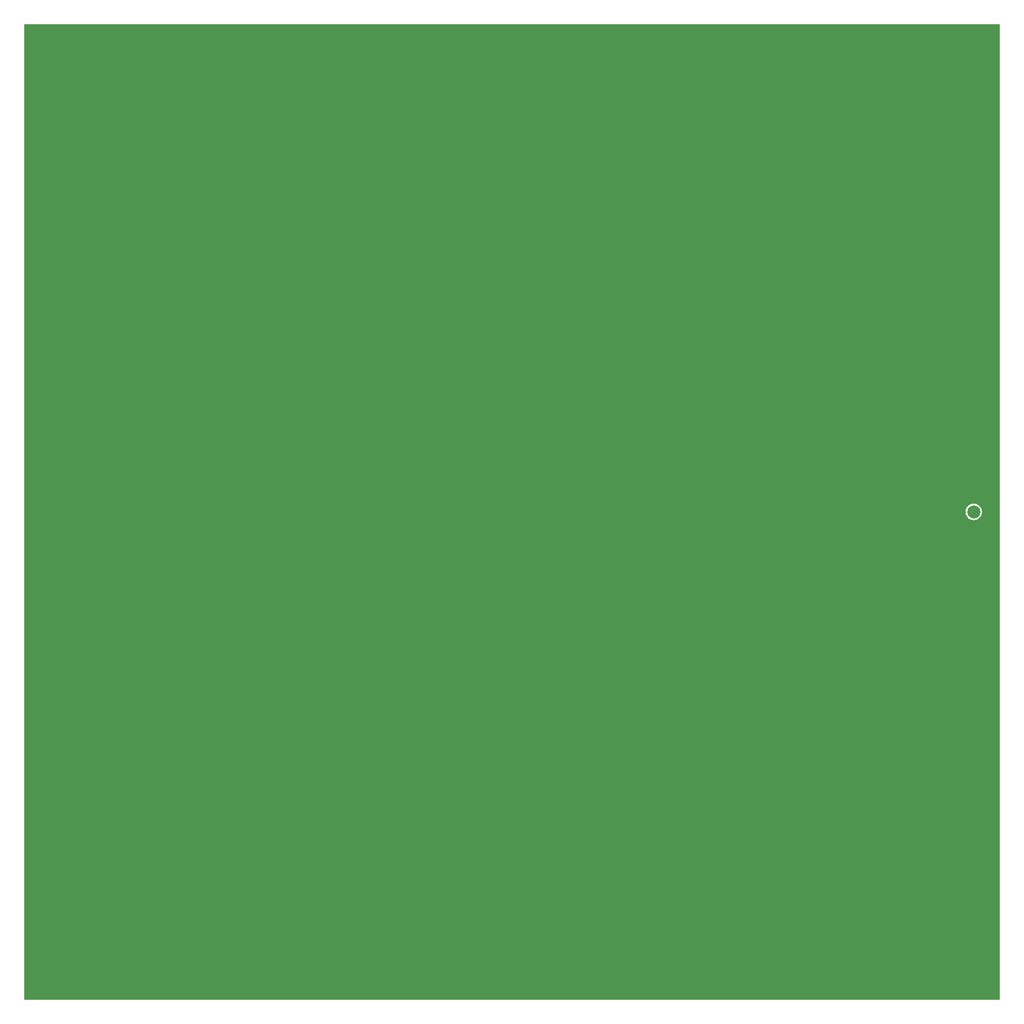
<source format=gbr>
%TF.GenerationSoftware,Altium Limited,Altium Designer,19.0.15 (446)*%
G04 Layer_Physical_Order=2*
G04 Layer_Color=16711680*
%FSLAX45Y45*%
%MOMM*%
%TF.FileFunction,Copper,L2,Bot,Signal*%
%TF.Part,Single*%
G01*
G75*
%TA.AperFunction,ViaPad*%
%ADD11C,2.00000*%
G36*
X15000000Y0D02*
X0D01*
Y15000000D01*
X15000000D01*
Y0D01*
D02*
G37*
%LPC*%
G36*
X14600000Y7626482D02*
X14567264Y7622172D01*
X14536758Y7609537D01*
X14510564Y7589436D01*
X14490463Y7563241D01*
X14477827Y7532736D01*
X14473518Y7500000D01*
X14477827Y7467264D01*
X14490463Y7436759D01*
X14510564Y7410564D01*
X14536758Y7390463D01*
X14567264Y7377828D01*
X14600000Y7373518D01*
X14632736Y7377828D01*
X14663242Y7390463D01*
X14689436Y7410564D01*
X14709537Y7436759D01*
X14722173Y7467264D01*
X14726482Y7500000D01*
X14722173Y7532736D01*
X14709537Y7563241D01*
X14689436Y7589436D01*
X14663242Y7609537D01*
X14632736Y7622172D01*
X14600000Y7626482D01*
D02*
G37*
%LPD*%
D11*
Y7500000D02*
D03*
%TF.MD5,49c8041adc6d0f8e2f0b3256620225c6*%
M02*

</source>
